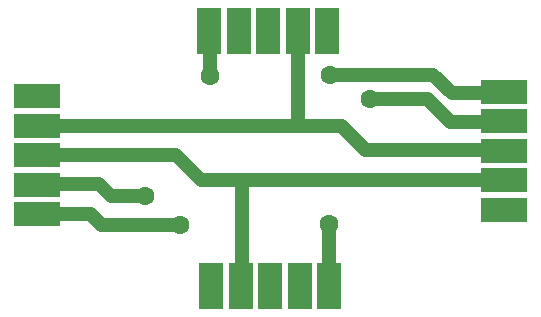
<source format=gtl>
G04 Layer_Physical_Order=1*
G04 Layer_Color=255*
%FSLAX44Y44*%
%MOMM*%
G71*
G01*
G75*
%ADD10R,4.0000X2.0000*%
%ADD11R,2.0000X4.0000*%
%ADD12C,1.2000*%
%ADD13C,1.6000*%
D10*
X722250Y825000D02*
D03*
Y850000D02*
D03*
Y875000D02*
D03*
Y900000D02*
D03*
Y925000D02*
D03*
X1118250Y829000D02*
D03*
Y854000D02*
D03*
Y879000D02*
D03*
Y904000D02*
D03*
Y929000D02*
D03*
D11*
X870250Y764500D02*
D03*
X895250D02*
D03*
X920250D02*
D03*
X945250D02*
D03*
X970250D02*
D03*
X968500Y980000D02*
D03*
X943500D02*
D03*
X918500D02*
D03*
X893500D02*
D03*
X868500D02*
D03*
D12*
X768250Y825000D02*
X777250Y816000D01*
X843750D01*
X861250Y853750D02*
X1112750D01*
X1106500Y879500D02*
X1000500D01*
X980500Y899500D01*
X727750D01*
X722250Y875000D02*
X840000D01*
X861250Y853750D01*
X813750Y840750D02*
X785500D01*
X775250Y851000D01*
X728250D01*
X725000Y824500D02*
X723500Y823000D01*
X722250Y825000D02*
X768250D01*
X896000Y765250D02*
Y853750D01*
X943500Y900000D02*
Y980000D01*
X970750Y943000D02*
X1058250D01*
X1073750Y927500D01*
X1107000D01*
X1112750Y933250D01*
Y903250D02*
X1072750D01*
X1053500Y922500D01*
X1005000D01*
X970250Y817000D02*
Y764500D01*
X869250Y942500D02*
Y971415D01*
X868500Y980000D02*
Y962830D01*
X869250Y962080D01*
D13*
X843750Y816000D02*
D03*
X813750Y840750D02*
D03*
X869250Y942500D02*
D03*
X970750Y943000D02*
D03*
X1005000Y922500D02*
D03*
X970250Y817000D02*
D03*
M02*

</source>
